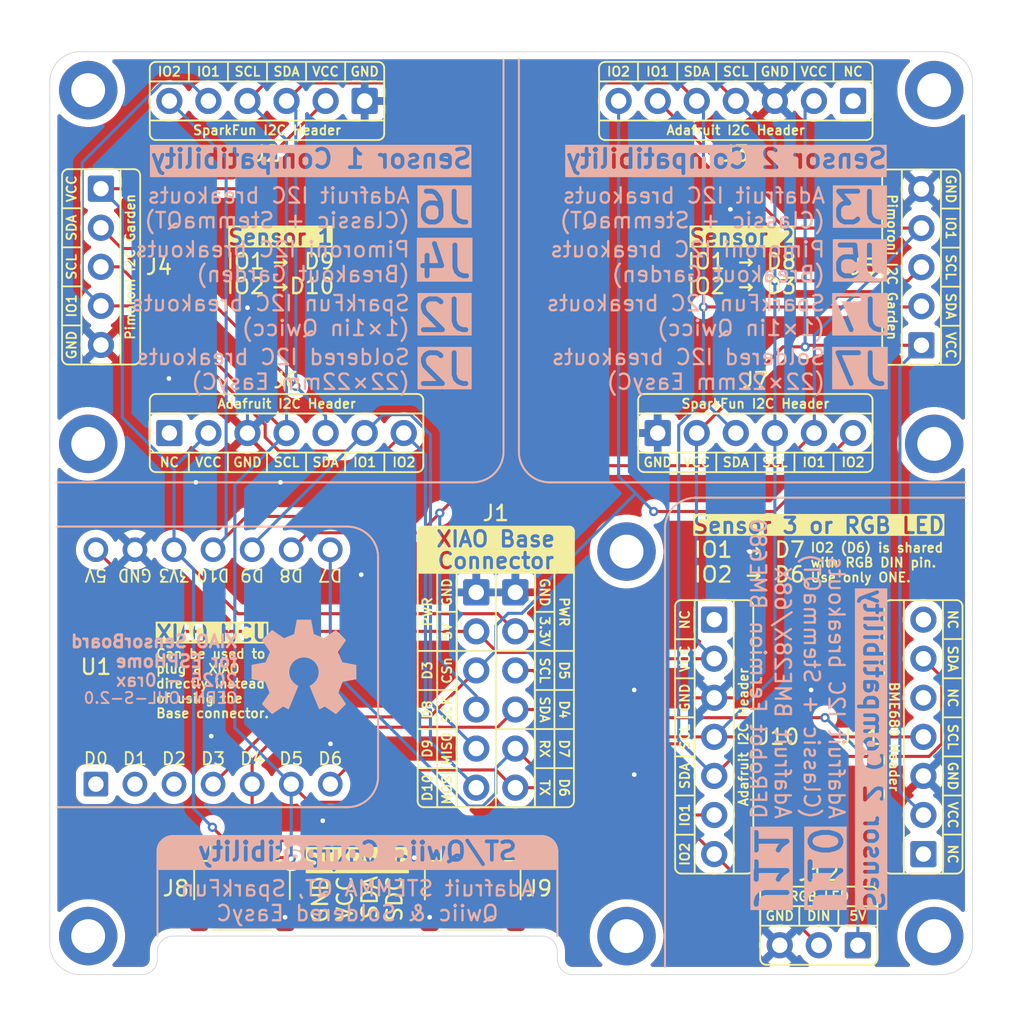
<source format=kicad_pcb>
(kicad_pcb (version 20241229) (generator "pcbnew") (generator_version "9.0")
  (title_block (title "XIAO SensorBoard for ESPHome") (date "2025-04-19") (rev "v1.00") (company "0rax") (comment 1 "https://github.com/0rax/esphome-xiao-base/"))
  (layers (0 "F.Cu" signal) (2 "B.Cu" signal) (13 "F.Paste" user) (15 "B.Paste" user) (5 "F.SilkS" user "F.Silkscreen") (7 "B.SilkS" user "B.Silkscreen") (1 "F.Mask" user) (3 "B.Mask" user) (25 "Edge.Cuts" user))
  (net 0 "")
  (net 1 "GND")
  (net 2 "+3.3V")
  (net 3 "/SCL")
  (net 4 "/SDA")
  (net 5 "+5V")
  (net 6 "/D3")
  (net 7 "/D8")
  (net 8 "/D9")
  (net 9 "/D10")
  (net 19 "/D7")
  (net 20 "/D6")
  (footprint "ESPHomeXIAOBase:XIAOBase_Header" (layer "F.Cu") (at 59 71.5)
    (property "Reference" "J1")
    (property "Value" "Conn_02x06_Odd_Even")
  )
  (footprint "Connector_JST:JST_SH_SM04B-SRSS-TB_1x04-1MP_P1.00mm_Horizontal" (layer "F.Cu") (at 57.5 84.4)
    (property "Reference" "J9")
    (property "Value" "StemmaQT_Qwiic_Header")
  )
  (footprint "MountingHole:MountingHole_2.2mm_M2_ISO14580_Pad" (layer "F.Cu") (at 87.5 55.5)
    (property "Reference" "H5" (hide yes))
    (property "Value" "MountingHole_2.2mm_M2_ISO14580_Pad" (hide yes))
  )
  (footprint "MountingHole:MountingHole_2.2mm_M2_ISO14580_Pad" (layer "F.Cu") (at 87.5 87.5)
    (property "Reference" "H10" (hide yes))
    (property "Value" "MountingHole_2.2mm_M2_ISO14580_Pad" (hide yes))
  )
  (footprint "Header:SparkFun_I2C_Header" (layer "F.Cu") (at 75.875 54.795 90)
    (property "Reference" "J7")
    (property "Value" "SparkFun_I2C_Header")
  )
  (footprint "MountingHole:MountingHole_2.2mm_M2_ISO14580_Pad" (layer "F.Cu") (at 67.5 87.5)
    (property "Reference" "H9" (hide yes))
    (property "Value" "MountingHole_2.2mm_M2_ISO14580_Pad" (hide yes))
  )
  (footprint "MountingHole:MountingHole_2.2mm_M2_ISO14580_Pad" (layer "F.Cu") (at 32.5 55.5)
    (property "Reference" "H4" (hide yes))
    (property "Value" "MountingHole_2.2mm_M2_ISO14580_Pad" (hide yes))
  )
  (footprint "Header:BME680_Header" (layer "F.Cu") (at 86.8 74.548 180)
    (property "Reference" "J11")
    (property "Value" "BME680_Header")
  )
  (footprint "Header:NeoPixel_Header" (layer "F.Cu") (at 80 88.095 -90)
    (property "Reference" "J12")
    (property "Value" "RGB_Header")
  )
  (footprint "MountingHole:MountingHole_2.2mm_M2_ISO14580_Pad" (layer "F.Cu") (at 32.5 32.5)
    (property "Reference" "H1" (hide yes))
    (property "Value" "MountingHole_2.2mm_M2_ISO14580_Pad" (hide yes))
  )
  (footprint "Header:SparkFun_I2C_Header" (layer "F.Cu") (at 44.125 33.205 -90)
    (property "Reference" "J2")
    (property "Value" "SparkFun_I2C_Header")
  )
  (footprint "Header:Adafruit_I2C_Header" (layer "F.Cu") (at 73.2 74.548)
    (property "Reference" "J10")
    (property "Value" "Adafruit_I2C_Header")
  )
  (footprint "LKBD_MCU:MCU_XIAO-RP2040" (layer "F.Cu") (at 33 70 90)
    (property "Reference" "U1")
    (property "Value" "XIAO-RP2040")
  )
  (footprint "Header:Pimoroni_I2CGarden_Header" (layer "F.Cu") (at 33.33 43.99)
    (property "Reference" "J4")
    (property "Value" "Pimoroni_I2CGarden_Header")
  )
  (footprint "Header:Adafruit_I2C_Header" (layer "F.Cu") (at 45.395 54.795 90)
    (property "Reference" "J6")
    (property "Value" "Adafruit_I2C_Header")
  )
  (footprint "Header:Pimoroni_I2CGarden_Header" (layer "F.Cu") (at 86.67 44.01 180)
    (property "Reference" "J5")
    (property "Value" "Pimoroni_I2CGarden_Header")
  )
  (footprint "MountingHole:MountingHole_2.2mm_M2_ISO14580_Pad" (layer "F.Cu") (at 32.5 87.5)
    (property "Reference" "H8" (hide yes))
    (property "Value" "MountingHole_2.2mm_M2_ISO14580_Pad" (hide yes))
  )
  (footprint "MountingHole:MountingHole_2.2mm_M2_ISO14580_Pad" (layer "F.Cu") (at 87.5 32.5)
    (property "Reference" "H3" (hide yes))
    (property "Value" "MountingHole_2.2mm_M2_ISO14580_Pad" (hide yes))
  )
  (footprint "MountingHole:MountingHole_2.2mm_M2_ISO14580_Pad" (layer "F.Cu") (at 67.5 62.5)
    (property "Reference" "H7" (hide yes))
    (property "Value" "MountingHole_2.2mm_M2_ISO14580_Pad" (hide yes))
  )
  (footprint "Connector_JST:JST_SH_SM04B-SRSS-TB_1x04-1MP_P1.00mm_Horizontal" (layer "F.Cu") (at 42.5 84.4)
    (property "Reference" "J8")
    (property "Value" "StemmaQT_Qwiic_Header")
  )
  (footprint "Header:Adafruit_I2C_Header" (layer "F.Cu") (at 74.605 33.205 -90)
    (property "Reference" "J3")
    (property "Value" "Adafruit_I2C_Header")
  )
  (gr_line (start 64.08 63.8) (end 53.92 63.8) (stroke (width 0.12)) (layer "F.SilkS"))
  (gr_line (start 38 81) (end 62 81) (stroke (width 0.12)) (layer "F.SilkS"))
  (gr_line (start 59.5 30.5) (end 59.5 56) (stroke (width 0.12)) (layer "F.SilkS"))
  (gr_rect (start 62.853934 60.975) (end 63.983934 62.232132) (stroke (width 0.12)) (fill yes) (layer "F.SilkS"))
  (gr_line (start 53.92 64.28) (end 53.92 61.18) (stroke (width 0.12)) (layer "F.SilkS"))
  (gr_arc (start 53.92 61.18) (mid 54.007868 60.967868) (end 54.22 60.88) (stroke (width 0.12)) (layer "F.SilkS"))
  (gr_line (start 60.5 30.5) (end 60.5 56) (stroke (width 0.12)) (layer "F.SilkS"))
  (gr_rect (start 62.857868 62.3) (end 64.025 63.707132) (stroke (width 0.12)) (fill yes) (layer "F.SilkS"))
  (gr_line (start 37 87.5) (end 37 82) (stroke (width 0.12)) (layer "F.SilkS"))
  (gr_rect (start 54.028934 62.392868) (end 55.246066 63.725) (stroke (width 0.12)) (fill yes) (layer "F.SilkS"))
  (gr_arc (start 62 81) (mid 62.707107 81.292893) (end 63 82) (stroke (width 0.12)) (layer "F.SilkS"))
  (gr_arc (start 37 82) (mid 37.292893 81.292893) (end 38 81) (stroke (width 0.12)) (layer "F.SilkS"))
  (gr_arc (start 70 61) (mid 70.585786 59.585786) (end 72 59) (stroke (width 0.12)) (layer "F.SilkS"))
  (gr_line (start 72 59) (end 89.5 59) (stroke (width 0.12)) (layer "F.SilkS"))
  (gr_line (start 62.5 58) (end 89.5 58) (stroke (width 0.12)) (layer "F.SilkS"))
  (gr_line (start 63 82) (end 63 87.5) (stroke (width 0.12)) (layer "F.SilkS"))
  (gr_line (start 54.22 60.88) (end 63.78 60.88) (stroke (width 0.12)) (layer "F.SilkS"))
  (gr_arc (start 59.5 56) (mid 58.914214 57.414214) (end 57.5 58) (stroke (width 0.12)) (layer "F.SilkS"))
  (gr_line (start 57.5 58) (end 30.5 58) (stroke (width 0.12)) (layer "F.SilkS"))
  (gr_arc (start 62.5 58) (mid 61.085786 57.414214) (end 60.5 56) (stroke (width 0.12)) (layer "F.SilkS"))
  (gr_line (start 64.08 64.28) (end 64.08 61.18) (stroke (width 0.12)) (layer "F.SilkS"))
  (gr_rect (start 54.007868 60.967868) (end 55.1 62.3) (stroke (width 0.12)) (fill yes) (layer "F.SilkS"))
  (gr_arc (start 63.78 60.88) (mid 63.992132 60.967868) (end 64.08 61.18) (stroke (width 0.12)) (layer "F.SilkS"))
  (gr_line (start 70 61.025) (end 70 89.5) (stroke (width 0.12)) (layer "F.SilkS"))
  (gr_line (start 37.03 83.14) (end 62.99 83.14) (stroke (width 0.12)) (layer "B.SilkS"))
  (gr_poly (pts (xy 62.99 83.14) (xy 62.97 82) (xy 62.879999 81.6) (xy 62.677106 81.292893) (xy 62.409999 81.12) (xy 61.969999 81) (xy 60.33 81) (xy 60.33 83.14)) (fill yes) (layer "B.SilkS"))
  (gr_arc (start 51.35 77.12) (mid 50.764214 78.534214) (end 49.35 79.12) (stroke (width 0.12)) (layer "B.SilkS"))
  (gr_arc (start 61.999999 81) (mid 62.707106 81.292893) (end 62.999999 82) (stroke (width 0.12)) (layer "B.SilkS"))
  (gr_line (start 37.999999 81) (end 61.999999 81) (stroke (width 0.12)) (layer "B.SilkS"))
  (gr_line (start 49.35 79.12) (end 30.5 79.12) (stroke (width 0.12)) (layer "B.SilkS"))
  (gr_line (start 62.5 58) (end 89.5 58) (stroke (width 0.12)) (layer "B.SilkS"))
  (gr_line (start 72 59) (end 89.5 59) (stroke (width 0.12)) (layer "B.SilkS"))
  (gr_line (start 57.5 58) (end 30.5 58) (stroke (width 0.12)) (layer "B.SilkS"))
  (gr_poly (pts (xy 46.960617 66.926899) (xy 46.96255 66.927044) (xy 46.964472 66.927281) (xy 46.966382 66.92761) (xy 46.968275 66.928027) (xy 46.970149 66.92853) (xy 46.972002 66.929116) (xy 46.97383 66.929784) (xy 46.975631 66.93053) (xy 46.977403 66.931352) (xy 46.980846 66.933215) (xy 46.984137 66.935354) (xy 46.987253 66.937748) (xy 46.990173 66.940379) (xy 46.992874 66.943227) (xy 46.995335 66.946272) (xy 46.997534 66.949494) (xy 46.998528 66.951166) (xy 46.999448 66.952874) (xy 47.000292 66.954618) (xy 47.001056 66.956393) (xy 47.001737 66.958199) (xy 47.002334 66.960031) (xy 47.002844 66.961889) (xy 47.003263 66.963769) (xy 47.164283 67.829358) (xy 47.165421 67.833491) (xy 47.166797 67.837522) (xy 47.168403 67.841442) (xy 47.170231 67.845243) (xy 47.172276 67.848916) (xy 47.174528 67.852454) (xy 47.176981 67.855847) (xy 47.179627 67.859087) (xy 47.18246 67.862166) (xy 47.185471 67.865074) (xy 47.188654 67.867805) (xy 47.192001 67.870349) (xy 47.195505 67.872698) (xy 47.199158 67.874843) (xy 47.202953 67.876775) (xy 47.206883 67.878488) (xy 47.787066 68.1159) (xy 47.791081 68.117483) (xy 47.795157 68.118813) (xy 47.799284 68.119892) (xy 47.803449 68.12072) (xy 47.807642 68.121297) (xy 47.811851 68.121625) (xy 47.816066 68.121704) (xy 47.820274 68.121535) (xy 47.824466 68.12112) (xy 47.828629 68.120458) (xy 47.832752 68.11955) (xy 47.836825 68.118398) (xy 47.840835 68.117001) (xy 47.844773 68.115361) (xy 47.848625 68.113479) (xy 47.852382 68.111356) (xy 48.575411 67.614949) (xy 48.577137 67.613908) (xy 48.578894 67.612949) (xy 48.582486 67.611272) (xy 48.586167 67.609917) (xy 48.589917 67.608881) (xy 48.593717 67.608162) (xy 48.597545 67.607758) (xy 48.601384 67.607668) (xy 48.605211 67.607889) (xy 48.609008 67.608419) (xy 48.612755 67.609257) (xy 48.616431 67.6104) (xy 48.620017 67.611847) (xy 48.623493 67.613595) (xy 48.626839 67.615642) (xy 48.630035 67.617988) (xy 48.631571 67.619271) (xy 48.633061 67.620629) (xy 49.241927 68.229494) (xy 49.243275 68.230886) (xy 49.244549 68.232341) (xy 49.24575 68.233858) (xy 49.246877 68.235431) (xy 49.24793 68.237057) (xy 49.248909 68.238732) (xy 49.249813 68.240453) (xy 49.250642 68.242216) (xy 49.251397 68.244016) (xy 49.252077 68.245851) (xy 49.25321 68.249607) (xy 49.25404 68.253453) (xy 49.254565 68.25736) (xy 49.254784 68.261297) (xy 49.254696 68.265234) (xy 49.254298 68.269139) (xy 49.253589 68.272984) (xy 49.253117 68.274874) (xy 49.252567 68.276737) (xy 49.251938 68.27857) (xy 49.251231 68.280368) (xy 49.250444 68.282129) (xy 49.249578 68.283847) (xy 49.248633 68.28552) (xy 49.247608 68.287143) (xy 48.75972 68.99796) (xy 48.757626 69.001675) (xy 48.755774 69.005485) (xy 48.754167 69.009379) (xy 48.752803 69.013345) (xy 48.751685 69.017373) (xy 48.750813 69.021449) (xy 48.750187 69.025564) (xy 48.749808 69.029706) (xy 48.749677 69.033863) (xy 48.749795 69.038023) (xy 48.750162 69.042176) (xy 48.750779 69.04631) (xy 48.751647 69.050413) (xy 48.752767 69.054474) (xy 48.754138 69.058482) (xy 48.755762 69.062425) (xy 49.012201 69.661068) (xy 49.013976 69.664992) (xy 49.015967 69.668781) (xy 49.018165 69.672427) (xy 49.020563 69.675924) (xy 49.023153 69.679265) (xy 49.025925 69.682442) (xy 49.028872 69.685448) (xy 49.031985 69.688277) (xy 49.035257 69.690921) (xy 49.038679 69.693373) (xy 49.042243 69.695627) (xy 49.04594 69.697675) (xy 49.049763 69.69951) (xy 49.053703 69.701124) (xy 49.057751 69.702512) (xy 49.061901 69.703666) (xy 49.898523 69.859291) (xy 49.898784 69.859291) (xy 49.900664 69.859684) (xy 49.902522 69.86017) (xy 49.904355 69.860748) (xy 49.90616 69.861413) (xy 49.907936 69.862164) (xy 49.909679 69.862996) (xy 49.911388 69.863908) (xy 49.91306 69.864896) (xy 49.914692 69.865957) (xy 49.916282 69.867088) (xy 49.917828 69.868287) (xy 49.919327 69.86955) (xy 49.920777 69.870875) (xy 49.922175 69.872259) (xy 49.923518 69.873699) (xy 49.924805 69.875191) (xy 49.926033 69.876733) (xy 49.9272 69.878323) (xy 49.928302 69.879956) (xy 49.929338 69.881631) (xy 49.930306 69.883344) (xy 49.931202 69.885092) (xy 49.932024 69.886873) (xy 49.93277 69.888683) (xy 49.933437 69.89052) (xy 49.934024 69.89238) (xy 49.934527 69.894261) (xy 49.934943 69.89616) (xy 49.935272 69.898074) (xy 49.93551 69.9) (xy 49.935654 69.901935) (xy 49.935703 69.903877) (xy 49.935703 70.765206) (xy 49.935599 70.767217) (xy 49.935411 70.769208) (xy 49.935141 70.771176) (xy 49.934791 70.77312) (xy 49.934362 70.775037) (xy 49.933855 70.776925) (xy 49.933273 70.778784) (xy 49.932617 70.78061) (xy 49.931089 70.784159) (xy 49.929284 70.787555) (xy 49.927214 70.790785) (xy 49.924892 70.793832) (xy 49.922332 70.796681) (xy 49.919545 70.799317) (xy 49.916544 70.801724) (xy 49.913343 70.803887) (xy 49.911671 70.804872) (xy 49.909953 70.80579) (xy 49.908192 70.80664) (xy 49.906389 70.807419) (xy 49.904545 70.808125) (xy 49.902661 70.808757) (xy 49.900741 70.809313) (xy 49.898784 70.80979) (xy 49.082325 70.961724) (xy 49.078212 70.962863) (xy 49.074205 70.964245) (xy 49.070312 70.965859) (xy 49.066541 70.9677) (xy 49.062903 70.96976) (xy 49.059404 70.972029) (xy 49.056054 70.974502) (xy 49.052862 70.97717) (xy 49.049836 70.980025) (xy 49.046986 70.98306) (xy 49.044319 70.986266) (xy 49.041845 70.989637) (xy 49.039572 70.993164) (xy 49.037509 70.996839) (xy 49.035665 71.000656) (xy 49.034048 71.004605) (xy 48.779029 71.641302) (xy 48.777478 71.645309) (xy 48.776178 71.649375) (xy 48.775128 71.653489) (xy 48.774327 71.657641) (xy 48.773774 71.661819) (xy 48.773468 71.666011) (xy 48.773409 71.670208) (xy 48.773596 71.674398) (xy 48.774028 71.67857) (xy 48.774703 71.682712) (xy 48.775622 71.686814) (xy 48.776784 71.690865) (xy 48.778187 71.694854) (xy 48.779831 71.698769) (xy 48.781715 71.702599) (xy 48.783838 71.706334) (xy 49.247587 72.381938) (xy 49.248632 72.383673) (xy 49.249595 72.385438) (xy 49.251278 72.389047) (xy 49.252638 72.392745) (xy 49.253679 72.396513) (xy 49.254401 72.400331) (xy 49.254807 72.404177) (xy 49.254899 72.408033) (xy 49.254678 72.411879) (xy 49.254147 72.415694) (xy 49.253307 72.419459) (xy 49.252161 72.423153) (xy 49.25071 72.426757) (xy 49.248957 72.430251) (xy 49.246903 72.433614) (xy 49.24455 72.436827) (xy 49.243263 72.438371) (xy 49.241901 72.43987) (xy 48.633035 73.048736) (xy 48.631535 73.050076) (xy 48.629991 73.051342) (xy 48.628405 73.052535) (xy 48.62678 73.053655) (xy 48.625119 73.0547) (xy 48.623423 73.055671) (xy 48.621696 73.056568) (xy 48.619939 73.05739) (xy 48.616348 73.058809) (xy 48.61267 73.059927) (xy 48.608924 73.060742) (xy 48.605129 73.061252) (xy 48.601306 73.061455) (xy 48.597474 73.061349) (xy 48.593652 73.060933) (xy 48.58986 73.060205) (xy 48.587981 73.059723) (xy 48.586118 73.059162) (xy 48.584271 73.058523) (xy 48.582445 73.057804) (xy 48.58064 73.057005) (xy 48.578861 73.056127) (xy 48.577108 73.055169) (xy 48.575385 73.054131) (xy 47.911425 72.598619) (xy 47.907739 72.596547) (xy 47.903955 72.59473) (xy 47.900086 72.59317) (xy 47.896145 72.591865) (xy 47.892145 72.590817) (xy 47.888098 72.590027) (xy 47.884016 72.589494) (xy 47.879912 72.589219) (xy 47.875799 72.589202) (xy 47.87169 72.589445) (xy 47.867597 72.589947) (xy 47.863532 72.590709) (xy 47.859509 72.591731) (xy 47.855539 72.593015) (xy 47.851636 72.594559) (xy 47.847813 72.596365) (xy 47.555306 72.752557) (xy 47.553668 72.753385) (xy 47.551996 72.754122) (xy 47.550295 72.754765) (xy 47.548568 72.755317) (xy 47.546819 72.755775) (xy 47.545052 72.75614) (xy 47.54327 72.756411) (xy 47.541478 72.756589) (xy 47.539679 72.756672) (xy 47.537877 72.756661) (xy 47.536075 72.756556) (xy 47.534279 72.756355) (xy 47.53249 72.75606) (xy 47.530713 72.755668) (xy 47.528953 72.755182) (xy 47.527212 72.754599) (xy 47.525504 72.753924) (xy 47.523843 72.753162) (xy 47.522232 72.752318) (xy 47.520673 72.751392) (xy 47.519169 72.750389) (xy 47.517723 72.74931) (xy 47.516337 72.748158) (xy 47.515015 72.746936) (xy 47.513758 72.745646) (xy 47.512569 72.744291) (xy 47.511452 72.742874) (xy 47.510409 72.741397) (xy 47.509442 72.739864) (xy 47.508555 72.738276) (xy 47.50775 72.736636) (xy 47.50703 72.734947) (xy 46.903581 71.276659) (xy 46.902907 71.274772) (xy 46.90232 71.272872) (xy 46.901403 71.269042) (xy 46.900825 71.26519) (xy 46.900578 71.261337) (xy 46.900657 71.257501) (xy 46.901056 71.253702) (xy 46.901767 71.249961) (xy 46.902785 71.246296) (xy 46.904102 71.242729) (xy 46.905714 71.239278) (xy 46.907612 71.235964) (xy 46.909792 71.232806) (xy 46.912245 71.229825) (xy 46.914967 71.227039) (xy 46.917951 71.224469) (xy 46.919539 71.223271) (xy 46.921189 71.222134) (xy 46.994458 71.177265) (xy 46.999777 71.173817) (xy 47.005443 71.16992) (xy 47.01135 71.165658) (xy 47.01739 71.161114) (xy 47.023456 71.156369) (xy 47.029442 71.151508) (xy 47.035241 71.146614) (xy 47.040747 71.141769) (xy 47.073607 71.119806) (xy 47.105319 71.096668) (xy 47.135867 71.0724) (xy 47.165235 71.047043) (xy 47.193407 71.020642) (xy 47.220365 70.99324) (xy 47.246095 70.964881) (xy 47.270579 70.935608) (xy 47.293801 70.905465) (xy 47.315745 70.874495) (xy 47.336395 70.842742) (xy 47.355734 70.810248) (xy 47.373745 70.777059) (xy 47.390414 70.743216) (xy 47.405723 70.708764) (xy 47.419655 70.673746) (xy 47.432196 70.638206) (xy 47.443327 70.602187) (xy 47.453034 70.565732) (xy 47.461299 70.528886) (xy 47.468107 70.491691) (xy 47.473441 70.454191) (xy 47.477284 70.41643) (xy 47.479621 70.378451) (xy 47.480436 70.340297) (xy 47.47971 70.302012) (xy 47.47743 70.26364) (xy 47.473577 70.225224) (xy 47.468137 70.186807) (xy 47.461091 70.148433) (xy 47.452425 70.110146) (xy 47.442122 70.071989) (xy 47.430258 70.034288) (xy 47.416944 69.997359) (xy 47.402218 69.96123) (xy 47.386117 69.925929) (xy 47.368678 69.891483) (xy 47.349938 69.857921) (xy 47.329934 69.825269) (xy 47.308704 69.793558) (xy 47.286284 69.762813) (xy 47.262712 69.733063) (xy 47.238025 69.704335) (xy 47.212261 69.676659) (xy 47.185456 69.650061) (xy 47.157647 69.624569) (xy 47.128872 69.600211) (xy 47.099168 69.577016) (xy 47.068572 69.55501) (xy 47.037121 69.534222) (xy 47.004852 69.51468) (xy 46.971803 69.496412) (xy 46.938011 69.479444) (xy 46.903513 69.463806) (xy 46.868345 69.449526) (xy 46.832546 69.43663) (xy 46.796153 69.425146) (xy 46.759201 69.415104) (xy 46.72173 69.40653) (xy 46.683775 69.399453) (xy 46.645375 69.393899) (xy 46.606565 69.389898) (xy 46.567385 69.387477) (xy 46.527869 69.386664) (xy 46.488354 69.387477) (xy 46.449173 69.389898) (xy 46.371963 69.399453) (xy 46.296537 69.415104) (xy 46.223192 69.43663) (xy 46.152225 69.463807) (xy 46.083935 69.496412) (xy 46.018617 69.534223) (xy 45.95657 69.577016) (xy 45.898091 69.624569) (xy 45.843477 69.676659) (xy 45.793026 69.733063) (xy 45.747034 69.793558) (xy 45.7058 69.857921) (xy 45.669621 69.925929) (xy 45.638794 69.99736) (xy 45.62548 70.034289) (xy 45.613616 70.07199) (xy 45.594647 70.148434) (xy 45.582161 70.225224) (xy 45.576028 70.302013) (xy 45.576117 70.378451) (xy 45.582297 70.454192) (xy 45.594439 70.528886) (xy 45.612411 70.602188) (xy 45.636083 70.673747) (xy 45.665324 70.743217) (xy 45.700005 70.810249) (xy 45.739993 70.874496) (xy 45.78516 70.935609) (xy 45.835373 70.993241) (xy 45.890503 71.047044) (xy 45.95042 71.096669) (xy 46.014992 71.141769) (xy 46.020497 71.146708) (xy 46.026296 71.15167) (xy 46.032282 71.156572) (xy 46.038347 71.16133) (xy 46.044387 71.165861) (xy 46.050293 71.170083) (xy 46.05596 71.173912) (xy 46.061281 71.177265) (xy 46.13455 71.222134) (xy 46.136209 71.223264) (xy 46.137805 71.224457) (xy 46.139336 71.225709) (xy 46.140803 71.227019) (xy 46.142203 71.228383) (xy 46.143537 71.229799) (xy 46.144804 71.231264) (xy 46.146002 71.232777) (xy 46.147131 71.234334) (xy 46.14819 71.235934) (xy 46.149179 71.237573) (xy 46.150096 71.239248) (xy 46.15094 71.240959) (xy 46.151712 71.242701) (xy 46.152409 71.244473) (xy 46.153032 71.246271) (xy 46.153579 71.248094) (xy 46.154049 71.249939) (xy 46.154443 71.251804) (xy 46.154758 71.253685) (xy 46.154994 71.255581) (xy 46.155151 71.257488) (xy 46.155227 71.259405) (xy 46.155222 71.261328) (xy 46.155135 71.263256) (xy 46.154965 71.265186) (xy 46.154711 71.267114) (xy 46.154373 71.26904) (xy 46.153949 71.27096) (xy 46.153439 71.272871) (xy 46.152843 71.274772) (xy 46.152158 71.276659) (xy 45.548687 72.734642) (xy 45.547977 72.736341) (xy 45.547181 72.737991) (xy 45.546303 72.739589) (xy 45.545345 72.741133) (xy 45.544309 72.742621) (xy 45.543198 72.744049) (xy 45.542015 72.745414) (xy 45.540763 72.746715) (xy 45.539445 72.747949) (xy 45.538062 72.749112) (xy 45.536619 72.750202) (xy 45.535117 72.751217) (xy 45.533559 72.752154) (xy 45.531948 72.753009) (xy 45.530287 72.753781) (xy 45.528579 72.754466) (xy 45.526836 72.75506) (xy 45.525074 72.755557) (xy 45.523294 72.755957) (xy 45.521503 72.756262) (xy 45.519702 72.756471) (xy 45.517897 72.756585) (xy 45.51609 72.756603) (xy 45.514286 72.756527) (xy 45.512489 72.756356) (xy 45.510702 72.756091) (xy 45.508929 72.755732) (xy 45.507174 72.755279) (xy 45.50544 72.754732) (xy 45.503732 72.754092) (xy 45.502054 72.753359) (xy 45.500409 72.752534) (xy 45.207904 72.596349) (xy 45.204088 72.594529) (xy 45.200191 72.59297) (xy 45.196227 72.591671) (xy 45.192209 72.590634) (xy 45.188148 72.589856) (xy 45.184057 72.589338) (xy 45.179949 72.589079) (xy 45.175837 72.589079) (xy 45.171733 72.589338) (xy 45.16765 72.589855) (xy 45.1636 72.590629) (xy 45.159596 72.591661) (xy 45.15565 72.59295) (xy 45.151776 72.594495) (xy 45.147986 72.596296) (xy 45.144291 72.598353) (xy 44.480331 73.054127) (xy 44.4786 73.055169) (xy 44.476839 73.056131) (xy 44.473238 73.057814) (xy 44.469547 73.059179) (xy 44.465788 73.060226) (xy 44.461978 73.060958) (xy 44.458138 73.061377) (xy 44.454288 73.061484) (xy 44.450446 73.061282) (xy 44.446634 73.060771) (xy 44.442869 73.059955) (xy 44.439173 73.058834) (xy 44.435564 73.057411) (xy 44.432063 73.055687) (xy 44.428688 73.053665) (xy 44.42546 73.051345) (xy 44.423907 73.050075) (xy 44.422398 73.04873) (xy 43.813247 72.439873) (xy 43.811895 72.438367) (xy 43.810616 72.436817) (xy 43.809411 72.435225) (xy 43.808281 72.433594) (xy 43.807226 72.431925) (xy 43.806246 72.430221) (xy 43.805341 72.428486) (xy 43.804512 72.426721) (xy 43.803758 72.424928) (xy 43.803081 72.423111) (xy 43.801954 72.419413) (xy 43.801134 72.415646) (xy 43.800622 72.41183) (xy 43.80042 72.407986) (xy 43.800531 72.404132) (xy 43.800955 72.40029) (xy 43.801286 72.398379) (xy 43.801696 72.396478) (xy 43.802185 72.39459) (xy 43.802754 72.392717) (xy 43.803402 72.390862) (xy 43.804131 72.389027) (xy 43.80494 72.387215) (xy 43.80583 72.385428) (xy 43.806801 72.383668) (xy 43.807852 72.381939) (xy 44.271601 71.706052) (xy 44.273717 71.702334) (xy 44.275595 71.698521) (xy 44.277233 71.694624) (xy 44.278633 71.690654) (xy 44.279791 71.686621) (xy 44.280709 71.682537) (xy 44.281384 71.678413) (xy 44.281816 71.67426) (xy 44.282005 71.670088) (xy 44.281949 71.665909) (xy 44.281648 71.661735) (xy 44.2811 71.657575) (xy 44.280305 71.653441) (xy 44.279263 71.649343) (xy 44.277972 71.645294) (xy 44.276431 71.641304) (xy 44.021693 71.004606) (xy 44.020056 71.000682) (xy 44.018195 70.996891) (xy 44.016118 70.99324) (xy 44.013835 70.989738) (xy 44.011353 70.986391) (xy 44.008681 70.983207) (xy 44.005828 70.980193) (xy 44.002803 70.977358) (xy 43.999613 70.974709) (xy 43.996268 70.972254) (xy 43.992776 70.969999) (xy 43.989146 70.967953) (xy 43.985387 70.966123) (xy 43.981506 70.964517) (xy 43.977513 70.963142) (xy 43.973416 70.962006) (xy 43.156956 70.809508) (xy 43.154999 70.809031) (xy 43.153078 70.808475) (xy 43.151195 70.807843) (xy 43.149351 70.807136) (xy 43.147548 70.806357) (xy 43.145786 70.805508) (xy 43.144069 70.804589) (xy 43.142397 70.803604) (xy 43.140772 70.802554) (xy 43.139196 70.801441) (xy 43.13767 70.800267) (xy 43.136195 70.799034) (xy 43.134774 70.797744) (xy 43.133409 70.796399) (xy 43.132099 70.795) (xy 43.130848 70.79355) (xy 43.129656 70.79205) (xy 43.128526 70.790503) (xy 43.127459 70.78891) (xy 43.126457 70.787273) (xy 43.12552 70.785595) (xy 43.124651 70.783877) (xy 43.123852 70.78212) (xy 43.123123 70.780328) (xy 43.122467 70.778502) (xy 43.121885 70.776643) (xy 43.121379 70.774754) (xy 43.120949 70.772837) (xy 43.120599 70.770894) (xy 43.120329 70.768926) (xy 43.120142 70.766935) (xy 43.120038 70.764924) (xy 43.120038 69.903876) (xy 43.120086 69.901935) (xy 43.120231 69.9) (xy 43.120468 69.898075) (xy 43.120797 69.896161) (xy 43.121214 69.894262) (xy 43.121717 69.892381) (xy 43.122303 69.890521) (xy 43.122971 69.888684) (xy 43.124539 69.885094) (xy 43.126402 69.881634) (xy 43.128541 69.878326) (xy 43.130936 69.875195) (xy 43.133566 69.872263) (xy 43.136414 69.869554) (xy 43.139459 69.867092) (xy 43.142681 69.864899) (xy 43.144353 69.863911) (xy 43.146062 69.862999) (xy 43.147805 69.862166) (xy 43.14958 69.861416) (xy 43.151386 69.86075) (xy 43.153218 69.860171) (xy 43.155076 69.859684) (xy 43.156956 69.85929) (xy 43.993862 69.703666) (xy 43.998024 69.702534) (xy 44.002083 69.701164) (xy 44.006034 69.699564) (xy 44.009866 69.69774) (xy 44.013571 69.6957) (xy 44.017142 69.693451) (xy 44.020569 69.691) (xy 44.023844 69.688355) (xy 44.026959 69.685523) (xy 44.029904 69.682511) (xy 44.032673 69.679327) (xy 44.035256 69.675977) (xy 44.037644 69.672469) (xy 44.03983 69.66881) (xy 44.041805 69.665007) (xy 44.04356 69.661068) (xy 44.3 69.062426) (xy 44.301614 69.058481) (xy 44.302977 69.054472) (xy 44.304089 69.05041) (xy 44.304951 69.046307) (xy 44.305563 69.042174) (xy 44.305926 69.038021) (xy 44.306041 69.033862) (xy 44.305909 69.029706) (xy 44.30553 69.025566) (xy 44.304904 69.021452) (xy 44.304034 69.017376) (xy 44.302918 69.013349) (xy 44.301559 69.009383) (xy 44.299956 69.005488) (xy 44.298111 69.001677) (xy 44.296024 68.997961) (xy 43.80842 68.287144) (xy 43.807381 68.285421) (xy 43.806423 68.283668) (xy 43.804747 68.280084) (xy 43.803388 68.276411) (xy 43.802346 68.272669) (xy 43.801617 68.268877) (xy 43.801201 68.265056) (xy 43.801096 68.261223) (xy 43.801299 68.2574) (xy 43.801809 68.253606) (xy 43.802624 68.249859) (xy 43.803742 68.246181) (xy 43.805161 68.24259) (xy 43.80688 68.239107) (xy 43.808897 68.23575) (xy 43.811209 68.232539) (xy 43.812476 68.230995) (xy 43.813815 68.229494) (xy 44.422681 67.62006) (xy 44.424183 67.618699) (xy 44.42573 67.617412) (xy 44.427319 67.616199) (xy 44.428949 67.615062) (xy 44.430616 67.614) (xy 44.432318 67.613014) (xy 44.434053 67.612103) (xy 44.435818 67.611269) (xy 44.437611 67.610511) (xy 44.439428 67.609829) (xy 44.441268 67.609224) (xy 44.443128 67.608696) (xy 44.446897 67.607872) (xy 44.450716 67.607359) (xy 44.454564 67.607158) (xy 44.458421 67.607272) (xy 44.460346 67.607447) (xy 44.462267 67.607702) (xy 44.464179 67.608036) (xy 44.46608 67.60845) (xy 44.467969 67.608945) (xy 44.469842 67.609519) (xy 44.471698 67.610174) (xy 44.473532 67.61091) (xy 44.475344 67.611726) (xy 44.47713 67.612624) (xy 44.478887 67.613604) (xy 44.480615 67.614665) (xy 45.203643 68.111356) (xy 45.206975 68.113426) (xy 45.210561 68.115267) (xy 45.214366 68.116878) (xy 45.218357 68.118256) (xy 45.222501 68.1194) (xy 45.226766 68.120307) (xy 45.231116 68.120975) (xy 45.23552 68.121402) (xy 45.239944 68.121587) (xy 45.244355 68.121526) (xy 45.248719 68.121218) (xy 45.253003 68.120661) (xy 45.257174 68.119853) (xy 45.261199 68.118792) (xy 45.265044 68.117475) (xy 45.268676 68.1159) (xy 45.848859 67.878488) (xy 45.85072 67.877831) (xy 45.852574 67.877087) (xy 45.854416 67.87626) (xy 45.856246 67.875352) (xy 45.859857 67.873305) (xy 45.863383 67.870971) (xy 45.866805 67.868374) (xy 45.870101 67.865538) (xy 45.873249 67.862488) (xy 45.876229 67.859247) (xy 45.879019 67.85584) (xy 45.881599 67.852291) (xy 45.883946 67.848623) (xy 45.886039 67.844862) (xy 45.887859 67.84103) (xy 45.889382 67.837153) (xy 45.890026 67.835205) (xy 45.890589 67.833254) (xy 45.891066 67.831304) (xy 45.891457 67.829358) (xy 46.052477 66.964053) (xy 46.052953 66.962091) (xy 46.053506 66.960164) (xy 46.054136 66.958275) (xy 46.054841 66.956425) (xy 46.055618 66.954615) (xy 46.056466 66.952847) (xy 46.057383 66.951123) (xy 46.058366 66.949444) (xy 46.059414 66.947811) (xy 46.060526 66.946228) (xy 46.061698 66.944694) (xy 46.06293 66.943211) (xy 46.064219 66.941782) (xy 46.065564 66.940408) (xy 46.066962 66.93909) (xy 46.068411 66.93783) (xy 46.06991 66.93663) (xy 46.071457 66.93549) (xy 46.07305 66.934414) (xy 46.074687 66.933401) (xy 46.076366 66.932455) (xy 46.078085 66.931576) (xy 46.079842 66.930766) (xy 46.081636 66.930027) (xy 46.083464 66.92936) (xy 46.085325 66.928767) (xy 46.087216 66.92825) (xy 46.089135 66.92781) (xy 46.091082 66.927448) (xy 46.093053 66.927166) (xy 46.095048 66.926967) (xy 46.097063 66.92685) (xy 46.958677 66.92685)) (fill yes) (layer "B.SilkS"))
  (gr_arc (start 59.5 56) (mid 58.914214 57.414214) (end 57.5 58) (stroke (width 0.12)) (layer "B.SilkS"))
  (gr_arc (start 36.999999 82) (mid 37.292892 81.292893) (end 37.999999 81) (stroke (width 0.12)) (layer "B.SilkS"))
  (gr_arc (start 62.5 58) (mid 61.085786 57.414214) (end 60.5 56) (stroke (width 0.12)) (layer "B.SilkS"))
  (gr_line (start 62.999999 82) (end 62.999999 87.5) (stroke (width 0.12)) (layer "B.SilkS"))
  (gr_arc (start 70 61) (mid 70.585786 59.585786) (end 72 59) (stroke (width 0.12)) (layer "B.SilkS"))
  (gr_line (start 70 61.025) (end 70 89.5) (stroke (width 0.12)) (layer "B.SilkS"))
  (gr_line (start 60.5 30.5) (end 60.5 56) (stroke (width 0.12)) (layer "B.SilkS"))
  (gr_line (start 59.5 30.5) (end 59.5 56) (stroke (width 0.12)) (layer "B.SilkS"))
  (gr_line (start 51.35 62.88) (end 51.35 77.12) (stroke (width 0.12)) (layer "B.SilkS"))
  (gr_arc (start 49.35 60.88) (mid 50.764214 61.465786) (end 51.35 62.88) (stroke (width 0.12)) (layer "B.SilkS"))
  (gr_line (start 30.5 60.88) (end 49.35 60.88) (stroke (width 0.12)) (layer "B.SilkS"))
  (gr_line (start 36.999999 87.5) (end 36.999999 82) (stroke (width 0.12)) (layer "B.SilkS"))
  (gr_poly (pts (xy 37.03 83.14) (xy 36.999999 82) (xy 37.09 81.6) (xy 37.292893 81.292893) (xy 37.56 81.12) (xy 38 81) (xy 39.599999 81) (xy 39.599999 83.14)) (fill yes) (layer "B.SilkS"))
  (gr_arc (start 64 90) (mid 63.292893 89.707107) (end 63 89) (stroke (width 0.05)) (layer "Edge.Cuts"))
  (gr_line (start 64 90) (end 88 90) (stroke (width 0.05)) (layer "Edge.Cuts"))
  (gr_line (start 63 88.5) (end 63 89) (stroke (width 0.05)) (layer "Edge.Cuts"))
  (gr_arc (start 32 90) (mid 30.585786 89.414214) (end 30 88) (stroke (width 0.05)) (layer "Edge.Cuts"))
  (gr_line (start 37 88.5) (end 37 89) (stroke (width 0.05)) (layer "Edge.Cuts"))
  (gr_line (start 38 87.5) (end 62 87.5) (stroke (width 0.05)) (layer "Edge.Cuts"))
  (gr_line (start 90 32) (end 90 88) (stroke (width 0.05)) (layer "Edge.Cuts"))
  (gr_arc (start 30 32) (mid 30.585786 30.585786) (end 32 30) (stroke (width 0.05)) (layer "Edge.Cuts"))
  (gr_arc (start 90 88) (mid 89.414214 89.414214) (end 88 90) (stroke (width 0.05)) (layer "Edge.Cuts"))
  (gr_arc (start 37 89) (mid 36.707107 89.707107) (end 36 90) (stroke (width 0.05)) (layer "Edge.Cuts"))
  (gr_line (start 32 30) (end 88 30) (stroke (width 0.05)) (layer "Edge.Cuts"))
  (gr_line (start 30 88) (end 30 32) (stroke (width 0.05)) (layer "Edge.Cuts"))
  (gr_arc (start 88 30) (mid 89.414214 30.585786) (end 90 32) (stroke (width 0.05)) (layer "Edge.Cuts"))
  (gr_arc (start 37 88.5) (mid 37.292893 87.792893) (end 38 87.5) (stroke (width 0.05)) (layer "Edge.Cuts"))
  (gr_arc (start 62 87.5) (mid 62.707107 87.792893) (end 63 88.5) (stroke (width 0.05)) (layer "Edge.Cuts"))
  (gr_line (start 36 90) (end 32 90) (stroke (width 0.05)) (layer "Edge.Cuts"))
  (gr_text "ST/Qwiic" (at 50 83.1 0) (layer "F.SilkS" knockout) (effects (font (size 1 1) (thickness 0.2) (bold yes)) (justify bottom)))
  (gr_text "XIAO Base" (at 59 62.275 0) (layer "F.SilkS" knockout) (effects (font (size 1 1) (thickness 0.2) (bold yes)) (justify bottom)))
  (gr_text "XIAO MCU" (at 40.6 68.4 0) (layer "F.SilkS" knockout) (effects (font (size 1 1) (thickness 0.2) (bold yes)) (justify bottom)))
  (gr_text "Sensor 1" (at 45 42.65 0) (layer "F.SilkS" knockout) (effects (font (size 1 1) (thickness 0.2) (bold yes)) (justify bottom)))
  (gr_text "GND\nVCC\nSDA\nSDC" (at 50 83.5 90) (layer "F.SilkS") (effects (font (size 1 1)) (justify right)))
  (gr_text "Can be used to\nplug a XIAO\ndirectly instead\nof using the\nBase connector." (at 36.85 68.8 0) (layer "F.SilkS") (effects (font (size 0.6 0.6) (thickness 0.12)) (justify left top)))
  (gr_text "IO1 → D7\nIO2 → D6" (at 71.8 61.8 0) (layer "F.SilkS") (effects (font (size 1 1)) (justify left top)))
  (gr_text "Sensor 3 or RGB LED" (at 80 61.4 0) (layer "F.SilkS" knockout) (effects (font (size 1 1) (thickness 0.2) (bold yes)) (justify bottom)))
  (gr_text "Sensor 2" (at 75 42.65 0) (layer "F.SilkS" knockout) (effects (font (size 1 1) (thickness 0.2) (bold yes)) (justify bottom)))
  (gr_text "→\n→" (at 45 43.05 0) (layer "F.SilkS") (effects (font (size 1 1)) (justify top)))
  (gr_text "IO2 (D6) is shared\nwith RGB DIN pin.\nUse only ONE.\n" (at 79.4 61.9 0) (layer "F.SilkS") (effects (font (size 0.6 0.6) (thickness 0.12)) (justify left top)))
  (gr_text "D9\nD10" (at 48.6 43.05 0) (layer "F.SilkS") (effects (font (size 1 1)) (justify right top)))
  (gr_text "IO1 → D8\nIO2 → D3" (at 75 43.05 0) (layer "F.SilkS") (effects (font (size 1 0.98)) (justify top)))
  (gr_text "Connector" (at 59 63.1 0) (layer "F.SilkS" knockout) (effects (font (size 1 1) (thickness 0.2) (bold yes))))
  (gr_text "IO1\nIO2" (at 41.4 43.05 0) (layer "F.SilkS") (effects (font (size 1 1)) (justify left top)))
  (gr_text "ST/Qwiic Compatibility" (at 60.5 82.7 0) (layer "B.SilkS" knockout) (effects (font (size 1.2 1.2) (thickness 0.24) (bold yes)) (justify left bottom mirror)))
  (gr_text "CERN-OHL-S-2.0" (at 42.3 71.6 0) (layer "B.SilkS") (effects (font (size 0.72 0.72) (thickness 0.12)) (justify left top mirror)))
  (gr_text "Adafruit I2C breakouts\n(Classic + StemmaQT)" (at 80.34 79.97 270) (layer "B.SilkS") (effects (font (size 1 1)) (justify left mirror)))
  (gr_text "J7" (at 80.75 50.665 0) (layer "B.SilkS" knockout) (effects (font (size 2 2) (thickness 0.32) (bold yes)) (justify right mirror)))
  (gr_text "SparkFun I2C breakouts\n(1×1in Qwicc)" (at 53.5 47.165 0) (layer "B.SilkS") (effects (font (size 1 1)) (justify left mirror)))
  (gr_text "XIAO SensorBoard\nfor ESPHome\n" (at 42.3 70.1 0) (layer "B.SilkS") (effects (font (size 0.8 0.8) (thickness 0.18) (bold yes)) (justify left bottom mirror)))
  (gr_text "Sensor 2 Compatibility" (at 82.84 85.93 270) (layer "B.SilkS" knockout) (effects (font (size 1.2 1.2) (thickness 0.24) (bold yes)) (justify left bottom mirror)))
  (gr_text "Adafruit BME28X/68X\nDFRobot Fermion BME680" (at 76.84 79.97 270) (layer "B.SilkS") (effects (font (size 1 1)) (justify left mirror)))
  (gr_text "Sensor 1 Compatibility" (at 57.55 37.665 0) (layer "B.SilkS" knockout) (effects (font (size 1.2 1.2) (thickness 0.24) (bold yes)) (justify left bottom mirror)))
  (gr_text "Adafruit STEMMA QT, SparkFun\nQwiic & Soldered EasyC" (at 50 86.6 0) (layer "B.SilkS") (effects (font (size 1 1)) (justify bottom mirror)))
  (gr_text "J7" (at 80.75 47.165 0) (layer "B.SilkS" knockout) (effects (font (size 2 2) (thickness 0.32) (bold yes)) (justify right mirror)))
  (gr_text "Soldered I2C breakouts\n(22×22mm EasyC)" (at 80.5 50.665 0) (layer "B.SilkS") (effects (font (size 1 1)) (justify left mirror)))
  (gr_text "J11" (at 76.84 80.17 270) (layer "B.SilkS" knockout) (effects (font (size 2 2) (thickness 0.32) (bold yes)) (justify right mirror)))
  (gr_text "Soldered I2C breakouts\n(22×22mm EasyC)" (at 53.5 50.665 0) (layer "B.SilkS") (effects (font (size 1 1)) (justify left mirror)))
  (gr_text "J10" (at 80.34 80.17 270) (layer "B.SilkS" knockout) (effects (font (size 2 2) (thickness 0.32) (bold yes)) (justify right mirror)))
  (gr_text "Pimoroni I2C breakouts\n(Breakout Garden)" (at 80.5 43.665 0) (layer "B.SilkS") (effects (font (size 1 1)) (justify left mirror)))
  (gr_text "Pimoroni I2C breakouts\n(Breakout Garden)" (at 53.5 43.665 0) (layer "B.SilkS") (effects (font (size 1 1)) (justify left mirror)))
  (gr_text "J5" (at 80.7 43.665 0) (layer "B.SilkS" knockout) (effects (font (size 2 2) (thickness 0.32) (bold yes)) (justify right mirror)))
  (gr_text "Adafruit I2C breakouts\n(Classic + StemmaQT)" (at 53.5 40.165 0) (layer "B.SilkS") (effects (font (size 1 1)) (justify left mirror)))
  (gr_text "J4" (at 53.75 43.665 0) (layer "B.SilkS" knockout) (effects (font (size 2 2) (thickness 0.32) (bold yes)) (justify right mirror)))
  (gr_text "Sensor 2 Compatibility" (at 84.55 37.665 0) (layer "B.SilkS" knockout) (effects (font (size 1.2 1.2) (thickness 0.24) (bold yes)) (justify left bottom mirror)))
  (gr_text "J2" (at 53.7 47.165 0) (layer "B.SilkS" knockout) (effects (font (size 2 2) (thickness 0.32) (bold yes)) (justify right mirror)))
  (gr_text "J6" (at 53.7 40.165 0) (layer "B.SilkS" knockout) (effects (font (size 2 2) (thickness 0.32) (bold yes)) (justify right mirror)))
  (gr_text "J3" (at 80.7 40.165 0) (layer "B.SilkS" knockout) (effects (font (size 2 2) (thickness 0.32) (bold yes)) (justify right mirror)))
  (gr_text "SparkFun I2C breakouts\n(1×1in Qwicc)" (at 80.5 47.165 0) (layer "B.SilkS") (effects (font (size 1 1)) (justify left mirror)))
  (gr_text "2025 - 0rax" (at 42.3 70.4 0) (layer "B.SilkS") (effects (font (size 0.8 0.8)) (justify left top mirror)))
  (gr_text "J2" (at 53.7 50.665 0) (layer "B.SilkS" knockout) (effects (font (size 2 2) (thickness 0.32) (bold yes)) (justify right mirror)))
  (gr_text "Adafruit I2C breakouts\n(Classic + StemmaQT)" (at 80.5 40.165 0) (layer "B.SilkS") (effects (font (size 1 1)) (justify left mirror)))
  (segment (start 53.7 82.4) (end 56 82.4) (width 0.2) (layer "F.Cu") (net 1))
  (segment (start 68.508 72.008) (end 73.2 72.008) (width 0.2) (layer "F.Cu") (net 1))
  (segment (start 78.992 72.008) (end 79.5 71.5) (width 0.2) (layer "F.Cu") (net 1))
  (segment (start 37.75 51.25) (end 39.31 51.25) (width 0.2) (layer "F.Cu") (net 1))
  (segment (start 68 71.5) (end 68.508 72.008) (width 0.2) (layer "F.Cu") (net 1))
  (segment (start 73.2 72.008) (end 78.992 72.008) (width 0.2) (layer "F.Cu") (net 1))
  (segment (start 39.31 51.25) (end 42.855 54.795) (width 0.2) (layer "F.Cu") (net 1))
  (via (at 37.75 51.25) (size 0.6) (drill 0.3) (layers "F.Cu" "B.Cu") (net 1))
  (via (at 42.855 46.645) (size 0.6) (drill 0.3) (layers "F.Cu" "B.Cu") (net 1))
  (via (at 40.5 74.5) (size 0.6) (drill 0.3) (layers "F.Cu" "B.Cu") (net 1))
  (via (at 74.25 40.25) (size 0.6) (drill 0.3) (layers "F.Cu" "B.Cu") (net 1))
  (via (at 48.25 75) (size 0.6) (drill 0.3) (layers "F.Cu" "B.Cu") (net 1))
  (via (at 53.7 82.4) (size 0.6) (drill 0.3) (layers "F.Cu" "B.Cu") (net 1))
  (via (at 75.5 62.5) (size 0.6) (drill 0.3) (layers "F.Cu" "B.Cu") (net 1))
  (via (at 79.5 71.5) (size 0.6) (drill 0.3) (layers "F.Cu" "B.Cu") (net 1))
  (via (at 45.3 86.275) (size 0.6) (drill 0.3) (layers "F.Cu" "B.Cu") (net 1))
  (via (at 68 77) (size 0.6) (drill 0.3) (layers "F.Cu" "B.Cu") (net 1))
  (via (at 47.75 80) (size 0.6) (drill 0.3) (layers "F.Cu" "B.Cu") (net 1))
  (via (at 39.5 58) (size 0.6) (drill 0.3) (layers "F.Cu" "B.Cu") (net 1))
  (via (at 68 71.5) (size 0.6) (drill 0.3) (layers "F.Cu" "B.Cu") (net 1))
  (via (at 45 58) (size 0.6) (drill 0.3) (layers "F.Cu" "B.Cu") (net 1))
  (via (at 50.25 64) (size 0.6) (drill 0.3) (layers "F.Cu" "B.Cu") (net 1))
  (via (at 54.7 86.275) (size 0.6) (drill 0.3) (layers "F.Cu" "B.Cu") (net 1))
  (segment (start 75.5 69.708) (end 75.5 62.5) (width 0.2) (layer "B.Cu") (net 1))
  (segment (start 47.75 83.825) (end 45.3 86.275) (width 0.2) (layer "B.Cu") (net 1))
  (segment (start 53.7 82.4) (end 53.7 85.275) (width 0.2) (layer "B.Cu") (net 1))
  (segment (start 42.855 46.645) (end 42.855 54.795) (width 0.2) (layer "B.Cu") (net 1))
  (segment (start 53.7 85.275) (end 54.7 86.275) (width 0.2) (layer "B.Cu") (net 1))
  (segment (start 47.75 80) (end 47.75 83.825) (width 0.2) (layer "B.Cu") (net 1))
  (segment (start 73.2 72.008) (end 75.5 69.708) (width 0.2) (layer "B.Cu") (net 1))
  (segment (start 57 82.8203) (end 56.279 83.5413) (width 0.2) (layer "F.Cu") (net 2))
  (segment (start 77.6701 49.1899) (end 72.065 54.795) (width 0.2) (layer "F.Cu") (net 2))
  (segment (start 56.279 83.5413) (end 42.6311 83.5413) (width 0.2) (layer "F.Cu") (net 2))
  (segment (start 42.6311 83.5413) (end 42 82.9102) (width 0.2) (layer "F.Cu") (net 2))
  (segment (start 42 82.9102) (end 42 82.4) (width 0.2) (layer "F.Cu") (net 2))
  (segment (start 86.67 49.09) (end 79.2094 49.09) (width 0.2) (layer "F.Cu") (net 2))
  (segment (start 42.239 66.539) (end 38.08 62.38) (width 0.2) (layer "F.Cu") (net 2))
  (segment (start 42 81.85) (end 42 82.4) (width 0.2) (layer "F.Cu") (net 2))
  (segment (start 64.8381 67.69) (end 60.27 67.69) (width 0.2) (layer "F.Cu") (net 2))
  (segment (start 66.6161 69.468) (end 64.8381 67.69) (width 0.2) (layer "F.Cu") (net 2))
  (segment (start 73.2 69.468) (end 66.6161 69.468) (width 0.2) (layer "F.Cu") (net 2))
  (segment (start 47.935 33.205) (end 42.23 38.91) (width 0.2) (layer "F.Cu") (net 2))
  (segment (start 59.119 66.539) (end 42.239 66.539) (width 0.2) (layer "F.Cu") (net 2))
  (segment (start 42.23 38.91) (end 33.33 38.91) (width 0.2) (layer "F.Cu") (net 2))
  (segment (start 40.575 80.425) (end 42 81.85) (width 0.2) (layer "F.Cu") (net 2))
  (segment (start 57 82.4) (end 57 82.8203) (width 0.2) (layer "F.Cu") (net 2))
  (segment (start 79.2094 49.09) (end 79.1095 49.1899) (width 0.2) (layer "F.Cu") (net 2))
  (segment (start 79.1095 49.1899) (end 77.6701 49.1899) (width 0.2) (layer "F.Cu") (net 2))
  (segment (start 60.27 67.69) (end 59.119 66.539) (width 0.2) (layer "F.Cu") (net 2))
  (via (at 79.1095 49.1899) (size 0.6) (drill 0.3) (layers "F.Cu" "B.Cu") (net 2))
  (via (at 40.575 80.425) (size 0.6) (drill 0.3) (layers "F.Cu" "B.Cu") (net 2))
  (segment (start 40.315 54.795) (end 38.08 57.03) (width 0.2) (layer "B.Cu") (net 2))
  (segment (start 34.7198 53.7871) (end 34.7198 40.2998) (width 0.2) (layer "B.Cu") (net 2))
  (segment (start 73.2 69.468) (end 72.0477 68.3157) (width 0.2) (layer "B.Cu") (net 2))
  (segment (start 38.08 62.38) (end 38.08 57.03) (width 0.2) (layer "B.Cu") (net 2))
  (segment (start 39.35 79.2) (end 39.35 63.65) (width 0.2) (layer "B.Cu") (net 2))
  (segment (start 79.1095 33.7805) (end 79.685 33.205) (width 0.2) (layer "B.Cu") (net 2))
  (segment (start 79.1095 49.1899) (end 79.1095 33.7805) (width 0.2) (layer "B.Cu") (net 2))
  (segment (start 39.35 63.65) (end 38.08 62.38) (width 0.2) (layer "B.Cu") (net 2))
  (segment (start 72.0477 54.8123) (end 72.065 54.795) (width 0.2) (layer "B.Cu") (net 2))
  (segment (start 37.9627 57.03) (end 34.7198 53.7871) (width 0.2) (layer "B.Cu") (net 2))
  (segment (start 72.0477 68.3157) (end 72.0477 54.8123) (width 0.2) (layer "B.Cu") (net 2))
  (segment (start 34.7198 40.2998) (end 33.33 38.91) (width 0.2) (layer "B.Cu") (net 2))
  (segment (start 38.08 57.03) (end 37.9627 57.03) (width 0.2) (layer "B.Cu") (net 2))
  (segment (start 86.8 79.628) (end 85.2718 78.0998) (width 0.2) (layer "B.Cu") (net 2))
  (segment (start 85.2718 78.0998) (end 85.2718 50.4882) (width 0.2) (layer "B.Cu") (net 2))
  (segment (start 40.575 80.425) (end 39.35 79.2) (width 0.2) (layer "B.Cu") (net 2))
  (segment (start 85.2718 50.4882) (end 86.67 49.09) (width 0.2) (layer "B.Cu") (net 2))
  (segment (start 55.8936 78.8) (end 46.88 78.8) (width 0.2) (layer "F.Cu") (net 3))
  (segment (start 45.6298 82.4) (end 45.7004 82.4706) (width 0.2) (layer "F.Cu") (net 3))
  (segment (start 60.27 70.23) (end 61.4217 70.23) (width 0.2) (layer "F.Cu") (net 3))
  (segment (start 45.395 54.795) (end 34.59 43.99) (width 0.2) (layer "F.Cu") (net 3))
  (segment (start 65.7397 74.548) (end 61.4217 70.23) (width 0.2) (layer "F.Cu") (net 3))
  (segment (start 73.0091 31.6091) (end 44.4509 31.6091) (width 0.2) (layer "F.Cu") (net 3))
  (segment (start 73.2 74.548) (end 65.7397 74.548) (width 0.2) (layer "F.Cu") (net 3))
  (segment (start 44.4509 31.6091) (end 42.855 33.205) (width 0.2) (layer "F.Cu") (net 3))
  (segment (start 34.59 43.99) (end 33.33 43.99) (width 0.2) (layer "F.Cu") (net 3))
  (segment (start 44 82.4) (end 45.6298 82.4) (width 0.2) (layer "F.Cu") (net 3))
  (segment (start 46.88 78.8) (end 45.7 77.62) (width 0.2) (layer "F.Cu") (net 3))
  (segment (start 86.67 44.01) (end 85.7806 44.8994) (width 0.2) (layer "F.Cu") (net 3))
  (segment (start 74.605 33.205) (end 73.0091 31.6091) (width 0.2) (layer "F.Cu") (net 3))
  (segment (start 85.7806 44.8994) (end 77.2006 44.8994) (width 0.2) (layer "F.Cu") (net 3))
  (segment (start 59 81.9064) (end 55.8936 78.8) (width 0.2) (layer "F.Cu") (net 3))
  (segment (start 86.8 74.548) (end 73.2 74.548) (width 0.2) (layer "F.Cu") (net 3))
  (segment (start 59 82.4) (end 59 81.9064) (width 0.2) (layer "F.Cu") (net 3))
  (via (at 45.7004 82.4706) (size 0.6) (drill 0.3) (layers "F.Cu" "B.Cu") (net 3))
  (via (at 77.145 44.9) (size 0.6) (drill 0.3) (layers "F.Cu" "B.Cu") (net 3))
  (segment (start 45.395 54.795) (end 45.395 35.745) (width 0.2) (layer "B.Cu") (net 3))
  (segment (start 45.395 35.745) (end 42.855 33.205) (width 0.2) (layer "B.Cu") (net 3))
  (segment (start 45.7004 82.4706) (end 45.7004 77.6204) (width 0.2) (layer "B.Cu") (net 3))
  (segment (start 77.145 44.9) (end 77.145 35.745) (width 0.2) (layer "B.Cu") (net 3))
  (segment (start 42.0336 73.9536) (end 45.7 77.62) (width 0.2) (layer "B.Cu") (net 3))
  (segment (start 77.145 54.795) (end 76.8459 54.795) (width 0.2) (layer "B.Cu") (net 3))
  (segment (start 77.145 55.0941) (end 77.145 70.603) (width 0.2) (layer "B.Cu") (net 3))
  (segment (start 45.7004 77.6204) (end 45.7 77.62) (width 0.2) (layer "B.Cu") (net 3))
  (segment (start 45.395 54.795) (end 42.0336 58.1564) (width 0.2) (layer "B.Cu") (net 3))
  (segment (start 42.0336 58.1564) (end 42.0336 73.9536) (width 0.2) (layer "B.Cu") (net 3))
  (segment (start 77.145 35.745) (end 74.605 33.205) (width 0.2) (layer "B.Cu") (net 3))
  (segment (start 77.145 70.603) (end 73.2 74.548) (width 0.2) (layer "B.Cu") (net 3))
  (segment (start 77.145 54.4959) (end 77.145 44.9) (width 0.2) (layer "B.Cu") (net 3))
  (segment (start 76.8459 54.795) (end 77.145 55.0941) (width 0.2) (layer "B.Cu") (net 3))
  (segment (start 76.8459 54.795) (end 77.145 54.4959) (width 0.2) (layer "B.Cu") (net 3))
  (segment (start 71.112 75) (end 73.2 77.088) (width 0.2) (layer "F.Cu") (net 4))
  (segment (start 43 81.4603) (end 43.16 81.3003) (width 0.2) (layer "F.Cu") (net 4))
  (segment (start 43.16 81.3003) (end 57.3416 81.3003) (width 0.2) (layer "F.Cu") (net 4))
  (segment (start 43 82.4) (end 43 81.4603) (width 0.2) (layer "F.Cu") (net 4))
  (segment (start 37.0494 42.7994) (end 34.6794 42.7994) (width 0.2) (layer "F.Cu") (net 4))
  (segment (start 43.16 77.62) (end 43.16 76.09) (width 0.2) (layer "F.Cu") (net 4))
  (segment (start 65.5 75) (end 71.112 75) (width 0.2) (layer "F.Cu") (net 4))
  (segment (start 46 51.75) (end 37.0494 42.7994) (width 0.2) (layer "F.Cu") (net 4))
  (segment (start 87.1688 75.818) (end 87.9984 74.9884) (width 0.2) (layer "F.Cu") (net 4))
  (segment (start 59.119 73.921) (end 60.27 72.77) (width 0.2) (layer "F.Cu") (net 4))
  (segment (start 57.3416 81.3003) (end 58 81.9587) (width 0.2) (layer "F.Cu") (net 4))
  (segment (start 43.16 81.3003) (end 43.16 77.62) (width 0.2) (layer "F.Cu") (net 4))
  (segment (start 45.329 73.921) (end 59.119 73.921) (width 0.2) (layer "F.Cu") (net 4))
  (segment (start 73.2 77.088) (end 74.47 75.818) (width 0.2) (layer "F.Cu") (net 4))
  (segment (start 70.8962 32.0362) (end 72.065 33.205) (width 0.2) (layer "F.Cu") (net 4))
  (segment (start 63.27 72.77) (end 65.5 75) (width 0.2) (layer "F.Cu") (net 4))
  (segment (start 46.5638 32.0362) (end 70.8962 32.0362) (width 0.2) (layer "F.Cu") (net 4))
  (segment (start 86.62 46.6) (end 86.67 46.55) (width 0.2) (layer "F.Cu") (net 4))
  (segment (start 74.47 75.818) (end 87.1688 75.818) (width 0.2) (layer "F.Cu") (net 4))
  (segment (start 45.395 33.205) (end 46.5638 32.0362) (width 0.2) (layer "F.Cu") (net 4))
  (segment (start 34.6794 42.7994) (end 33.33 41.45) (width 0.2) (layer "F.Cu") (net 4))
  (segment (start 43.16 76.09) (end 45.329 73.921) (width 0.2) (layer "F.Cu") (net 4))
  (segment (start 87.9984 74.9884) (end 87.9984 70.6664) (width 0.2) (layer "F.Cu") (net 4))
  (segment (start 72.5 46.6) (end 86.62 46.6) (width 0.2) (layer "F.Cu") (net 4))
  (segment (start 60.27 72.77) (end 63.27 72.77) (width 0.2) (layer "F.Cu") (net 4))
  (segment (start 58 81.9587) (end 58 82.4) (width 0.2) (layer "F.Cu") (net 4))
  (segment (start 87.9984 70.6664) (end 86.8 69.468) (width 0.2) (layer "F.Cu") (net 4))
  (via (at 72.5 46.6) (size 0.6) (drill 0.3) (layers "F.Cu" "B.Cu") (net 4))
  (via (at 46 51.75) (size 0.6) (drill 0.3) (layers "F.Cu" "B.Cu") (net 4))
  (segment (start 72.5016 52.6915) (end 74.605 54.795) (width 0.2) (layer "B.Cu") (net 4))
  (segment (start 72.5 33.64) (end 72.065 33.205) (width 0.2) (layer "B.Cu") (net 4))
  (segment (start 46 51.75) (end 46 33.81) (width 0.2) (layer "B.Cu") (net 4))
  (segment (start 72.5 52.6899) (end 72.5016 52.6915) (width 0.2) (layer "B.Cu") (net 4))
  (segment (start 72.5016 52.6915) (end 70.892 54.3011) (width 0.2) (layer "B.Cu") (net 4))
  (segment (start 46 51.75) (end 47.935 53.685) (width 0.2) (layer "B.Cu") (net 4))
  (segment (start 70.892 74.78) (end 73.2 77.088) (width 0.2) (layer "B.Cu") (net 4))
  (segment (start 47.935 53.685) (end 47.935 54.795) (width 0.2) (layer "B.Cu") (net 4))
  (segment (start 70.892 54.3011) (end 70.892 74.78) (width 0.2) (layer "B.Cu") (net 4))
  (segment (start 72.5 46.6) (end 72.5 52.6899) (width 0.2) (layer "B.Cu") (net 4))
  (segment (start 46 33.81) (end 45.395 33.205) (width 0.2) (layer "B.Cu") (net 4))
  (segment (start 72.5 46.6) (end 72.5 33.64) (width 0.2) (layer "B.Cu") (net 4))
  (segment (start 80.4 73.3) (end 65.5 73.3) (width 0.2) (layer "F.Cu") (net 5))
  (segment (start 33 62.38) (end 38.31 67.69) (width 0.2) (layer "F.Cu") (net 5))
  (segment (start 61.2567 69.0567) (end 59.0967 69.0567) (width 0.2) (layer "F.Cu") (net 5))
  (segment (start 65.5 73.3) (end 61.2567 69.0567) (width 0.2) (layer "F.Cu") (net 5))
  (segment (start 59.0967 69.0567) (end 57.73 67.69) (width 0.2) (layer "F.Cu") (net 5))
  (segment (start 38.31 67.69) (end 57.73 67.69) (width 0.2) (layer "F.Cu") (net 5))
  (via (at 80.4 73.3) (size 0.6) (drill 0.3) (layers "F.Cu" "B.Cu") (net 5))
  (segment (start 80.44 73.3) (end 82.54 75.4) (width 0.2) (layer "B.Cu") (net 5))
  (segment (start 80.4 73.3) (end 80.44 73.3) (width 0.2) (layer "B.Cu") (net 5))
  (segment (start 82.54 75.4) (end 82.54 88.095) (width 0.2) (layer "B.Cu") (net 5))
  (segment (start 82.225 54.795) (end 77.1245 59.8955) (width 0.2) (layer "F.Cu") (net 6))
  (segment (start 57.73 70.23) (end 54.71 73.25) (width 0.2) (layer "F.Cu") (net 6))
  (segment (start 44.99 73.25) (end 40.62 77.62) (width 0.2) (layer "F.Cu") (net 6))
  (segment (start 77.1245 59.8955) (end 69.2646 59.8955) (width 0.2) (layer "F.Cu") (net 6))
  (segment (start 54.71 73.25) (end 44.99 73.25) (width 0.2) (layer "F.Cu") (net 6))
  (via (at 69.2646 59.8955) (size 0.6) (drill 0.3) (layers "F.Cu" "B.Cu") (net 6))
  (segment (start 59 68.96) (end 59 67.32) (width 0.2) (layer "B.Cu") (net 6))
  (segment (start 68.0902 58.721) (end 61.8929 64.9183) (width 0.2) (layer "B.Cu") (net 6))
  (segment (start 68.0902 58.721) (end 66.985 57.6159) (width 0.2) (layer "B.Cu") (net 6))
  (segment (start 57.73 70.23) (end 59 68.96) (width 0.2) (layer "B.Cu") (net 6))
  (segment (start 60.7038 66.5167) (end 59.8033 66.5167) (width 0.2) (layer "B.Cu") (net 6))
  (segment (start 61.8929 64.9183) (end 61.8929 65.3276) (width 0.2) (layer "B.Cu") (net 6))
  (segment (start 69.2646 59.8955) (end 68.0902 58.721) (width 0.2) (layer "B.Cu") (net 6))
  (segment (start 61.8929 65.3276) (end 60.7038 66.5167) (width 0.2) (layer "B.Cu") (net 6))
  (segment (start 59.8033 66.5167) (end 59 67.32) (width 0.2) (layer "B.Cu") (net 6))
  (segment (start 66.985 57.6159) (end 66.985 33.205) (width 0.2) (layer "B.Cu") (net 6))
  (segment (start 54.0778 61.2783) (end 55.3565 59.9996) (width 0.2) (layer "F.Cu") (net 7))
  (segment (start 79.685 54.795) (end 77.5647 56.9153) (width 0.2) (layer "F.Cu") (net 7))
  (segment (start 45.7 62.38) (end 46.8017 61.2783) (width 0.2) (layer "F.Cu") (net 7))
  (segment (start 58.4408 56.9153) (end 55.3565 59.9996) (width 0.2) (layer "F.Cu") (net 7))
  (segment (start 77.79 41.47) (end 69.525 33.205) (width 0.2) (layer "F.Cu") (net 7))
  (segment (start 86.67 41.47) (end 77.79 41.47) (width 0.2) (layer "F.Cu") (net 7))
  (segment (start 46.8017 61.2783) (end 54.0778 61.2783) (width 0.2) (layer "F.Cu") (net 7))
  (segment (start 77.5647 56.9153) (end 58.4408 56.9153) (width 0.2) (layer "F.Cu") (net 7))
  (via (at 55.3565 59.9996) (size 0.6) (drill 0.3) (layers "F.Cu" "B.Cu") (net 7))
  (segment (start 57.73 71.8868) (end 55.3565 69.5133) (width 0.2) (layer "B.Cu") (net 7))
  (segment (start 79.685 54.795) (end 79.7112 54.7688) (width 0.2) (layer "B.Cu") (net 7))
  (segment (start 79.7112 48.4288) (end 86.67 41.47) (width 0.2) (layer "B.Cu") (net 7))
  (segment (start 57.73 72.77) (end 57.73 71.8868) (width 0.2) (layer "B.Cu") (net 7))
  (segment (start 79.7112 54.7688) (end 79.7112 48.4288) (width 0.2) (layer "B.Cu") (net 7))
  (segment (start 55.3565 69.5133) (end 55.3565 59.9996) (width 0.2) (layer "B.Cu") (net 7))
  (segment (start 36.2749 46.53) (end 33.33 46.53) (width 0.2) (layer "F.Cu") (net 8))
  (segment (start 44.9027 55.9665) (end 44.0067 55.0705) (width 0.2) (layer "F.Cu") (net 8))
  (segment (start 44.0067 54.2618) (end 36.2749 46.53) (width 0.2) (layer "F.Cu") (net 8))
  (segment (start 50.475 54.795) (end 49.3035 55.9665) (width 0.2) (layer "F.Cu") (net 8))
  (segment (start 49.3035 55.9665) (end 44.9027 55.9665) (width 0.2) (layer "F.Cu") (net 8))
  (segment (start 44.0067 55.0705) (end 44.0067 54.2618) (width 0.2) (layer "F.Cu") (net 8))
  (segment (start 37.2796 32.0361) (end 32.1139 37.2018) (width 0.2) (layer "B.Cu") (net 8))
  (segment (start 32.1139 45.3139) (end 33.33 46.53) (width 0.2) (layer "B.Cu") (net 8))
  (segment (start 57.73 75.31) (end 54.7548 72.3348) (width 0.2) (layer "B.Cu") (net 8))
  (segment (start 54.7548 54.9048) (end 53.4529 53.6029) (width 0.2) (layer "B.Cu") (net 8))
  (segment (start 40.315 33.205) (end 39.1461 32.0361) (width 0.2) (layer "B.Cu") (net 8))
  (segment (start 53.4529 53.6029) (end 51.6671 53.6029) (width 0.2) (layer "B.Cu") (net 8))
  (segment (start 50.475 54.795) (end 43.16 62.11) (width 0.2) (layer "B.Cu") (net 8))
  (segment (start 39.1461 32.0361) (end 37.2796 32.0361) (width 0.2) (layer "B.Cu") (net 8))
  (segment (start 43.16 62.11) (end 43.16 62.38) (width 0.2) (layer "B.Cu") (net 8))
  (segment (start 51.6671 53.6029) (end 50.475 54.795) (width 0.2) (layer "B.Cu") (net 8))
  (segment (start 32.1139 37.2018) (end 32.1139 45.3139) (width 0.2) (layer "B.Cu") (net 8))
  (segment (start 54.7548 72.3348) (end 54.7548 54.9048) (width 0.2) (layer "B.Cu") (net 8))
  (segment (start 42.7849 60.2151) (end 40.62 62.38) (width 0.2) (layer "F.Cu") (net 9))
  (segment (start 47.5949 60.2151) (end 42.7849 60.2151) (width 0.2) (layer "F.Cu") (net 9))
  (segment (start 53.015 54.795) (end 47.5949 60.2151) (width 0.2) (layer "F.Cu") (net 9))
  (segment (start 41.4682 36.8982) (end 41.4682 61.5318) (width 0.2) (layer "B.Cu") (net 9))
  (segment (start 41.4682 61.5318) (end 40.62 62.38) (width 0.2) (layer "B.Cu") (net 9))
  (segment (start 54.4268 56.2068) (end 53.015 54.795) (width 0.2) (layer "B.Cu") (net 9))
  (segment (start 54.75 74.87) (end 54.75 72.793862) (width 0.2) (layer "B.Cu") (net 9))
  (segment (start 37.775 33.205) (end 41.4682 36.8982) (width 0.2) (layer "B.Cu") (net 9))
  (segment (start 54.75 72.793862) (end 54.4268 72.470662) (width 0.2) (layer "B.Cu") (net 9))
  (segment (start 57.73 77.85) (end 54.75 74.87) (width 0.2) (layer "B.Cu") (net 9))
  (segment (start 54.4268 72.470662) (end 54.4268 56.2068) (width 0.2) (layer "B.Cu") (net 9))
  (segment (start 64.588 79.628) (end 73.2 79.628) (width 0.2) (layer "F.Cu") (net 19))
  (segment (start 60.27 75.31) (end 64.588 79.628) (width 0.2) (layer "F.Cu") (net 19))
  (segment (start 48.24 70.0607) (end 48.24 62.38) (width 0.2) (layer "B.Cu") (net 19))
  (segment (start 60.27 75.31) (end 59 76.58) (width 0.2) (layer "B.Cu") (net 19))
  (segment (start 59 78.20776) (end 58.15776 79.05) (width 0.2) (layer "B.Cu") (net 19))
  (segment (start 59 76.58) (end 59 78.20776) (width 0.2) (layer "B.Cu") (net 19))
  (segment (start 57.2293 79.05) (end 48.24 70.0607) (width 0.2) (layer "B.Cu") (net 19))
  (segment (start 58.15776 79.05) (end 57.2293 79.05) (width 0.2) (layer "B.Cu") (net 19))
  (segment (start 59 76.699) (end 49.161 76.699) (width 0.2) (layer "F.Cu") (net 20))
  (segment (start 49.161 76.699) (end 48.24 77.62) (width 0.2) (layer "F.Cu") (net 20))
  (segment (start 76.532 85.5) (end 77.405 85.5) (width 0.2) (layer "F.Cu") (net 20))
  (segment (start 73.2 82.168) (end 76.532 85.5) (width 0.2) (layer "F.Cu") (net 20))
  (segment (start 60.27 77.85) (end 59.6942 77.85) (width 0.2) (layer "F.Cu") (net 20))
  (segment (start 60.151 77.85) (end 59 76.699) (width 0.2) (layer "F.Cu") (net 20))
  (segment (start 77.405 85.5) (end 80 88.095) (width 0.2) (layer "F.Cu") (net 20))
  (segment (start 60.27 77.85) (end 60.151 77.85) (width 0.2) (layer "F.Cu") (net 20))
  (segment (start 71.032 80) (end 73.2 82.168) (width 0.2) (layer "F.Cu") (net 20))
  (segment (start 59.6942 77.85) (end 62.25 77.85) (width 0.2) (layer "F.Cu") (net 20))
  (segment (start 62.25 77.85) (end 64.4 80) (width 0.2) (layer "F.Cu") (net 20))
  (segment (start 64.4 80) (end 71.032 80) (width 0.2) (layer "F.Cu") (net 20))
  (zone (net 1) (net_name "GND") (layers "F.Cu" "B.Cu") (connect_pads (clearance 0.5)) (min_thickness 0.25) (fill yes (thermal_gap 0.5) (thermal_bridge_width 0.5))
    (polygon (pts (xy 30 30) (xy 90 30) (xy 90 90) (xy 30 90)))
  )
)
</source>
